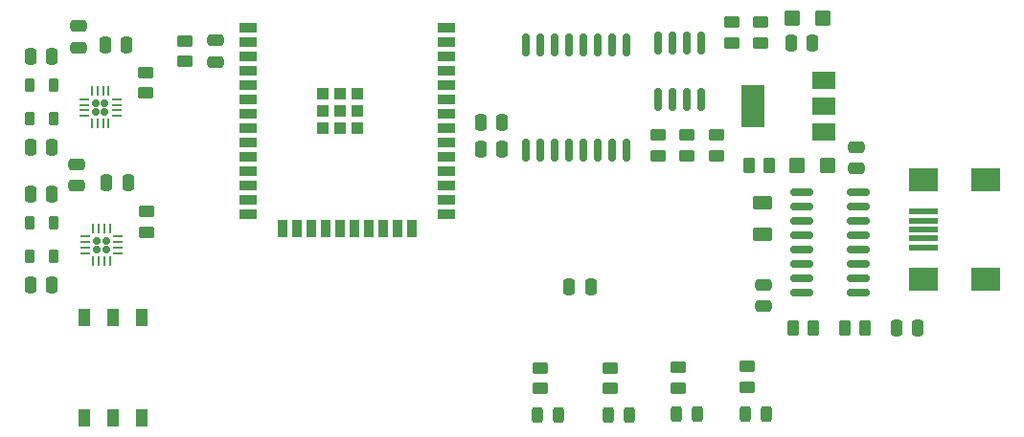
<source format=gbr>
%TF.GenerationSoftware,KiCad,Pcbnew,7.0.6*%
%TF.CreationDate,2024-04-30T21:14:55+02:00*%
%TF.ProjectId,heimdall_board,6865696d-6461-46c6-9c5f-626f6172642e,rev?*%
%TF.SameCoordinates,Original*%
%TF.FileFunction,Paste,Top*%
%TF.FilePolarity,Positive*%
%FSLAX46Y46*%
G04 Gerber Fmt 4.6, Leading zero omitted, Abs format (unit mm)*
G04 Created by KiCad (PCBNEW 7.0.6) date 2024-04-30 21:14:55*
%MOMM*%
%LPD*%
G01*
G04 APERTURE LIST*
G04 Aperture macros list*
%AMRoundRect*
0 Rectangle with rounded corners*
0 $1 Rounding radius*
0 $2 $3 $4 $5 $6 $7 $8 $9 X,Y pos of 4 corners*
0 Add a 4 corners polygon primitive as box body*
4,1,4,$2,$3,$4,$5,$6,$7,$8,$9,$2,$3,0*
0 Add four circle primitives for the rounded corners*
1,1,$1+$1,$2,$3*
1,1,$1+$1,$4,$5*
1,1,$1+$1,$6,$7*
1,1,$1+$1,$8,$9*
0 Add four rect primitives between the rounded corners*
20,1,$1+$1,$2,$3,$4,$5,0*
20,1,$1+$1,$4,$5,$6,$7,0*
20,1,$1+$1,$6,$7,$8,$9,0*
20,1,$1+$1,$8,$9,$2,$3,0*%
G04 Aperture macros list end*
%ADD10RoundRect,0.250000X0.625000X-0.375000X0.625000X0.375000X-0.625000X0.375000X-0.625000X-0.375000X0*%
%ADD11RoundRect,0.160000X0.160000X0.160000X-0.160000X0.160000X-0.160000X-0.160000X0.160000X-0.160000X0*%
%ADD12RoundRect,0.062500X0.375000X0.062500X-0.375000X0.062500X-0.375000X-0.062500X0.375000X-0.062500X0*%
%ADD13RoundRect,0.062500X0.062500X0.375000X-0.062500X0.375000X-0.062500X-0.375000X0.062500X-0.375000X0*%
%ADD14RoundRect,0.250000X-0.250000X-0.475000X0.250000X-0.475000X0.250000X0.475000X-0.250000X0.475000X0*%
%ADD15RoundRect,0.243750X0.243750X0.456250X-0.243750X0.456250X-0.243750X-0.456250X0.243750X-0.456250X0*%
%ADD16RoundRect,0.250000X0.250000X0.475000X-0.250000X0.475000X-0.250000X-0.475000X0.250000X-0.475000X0*%
%ADD17RoundRect,0.250000X-0.450000X0.262500X-0.450000X-0.262500X0.450000X-0.262500X0.450000X0.262500X0*%
%ADD18RoundRect,0.250000X0.262500X0.450000X-0.262500X0.450000X-0.262500X-0.450000X0.262500X-0.450000X0*%
%ADD19RoundRect,0.250000X0.450000X-0.262500X0.450000X0.262500X-0.450000X0.262500X-0.450000X-0.262500X0*%
%ADD20RoundRect,0.250000X-0.475000X0.250000X-0.475000X-0.250000X0.475000X-0.250000X0.475000X0.250000X0*%
%ADD21RoundRect,0.150000X0.150000X-0.825000X0.150000X0.825000X-0.150000X0.825000X-0.150000X-0.825000X0*%
%ADD22R,1.500000X0.900000*%
%ADD23R,0.900000X1.500000*%
%ADD24R,1.050000X1.050000*%
%ADD25RoundRect,0.250000X0.475000X-0.250000X0.475000X0.250000X-0.475000X0.250000X-0.475000X-0.250000X0*%
%ADD26RoundRect,0.218750X0.218750X0.381250X-0.218750X0.381250X-0.218750X-0.381250X0.218750X-0.381250X0*%
%ADD27R,1.100000X1.500000*%
%ADD28RoundRect,0.250000X0.450000X0.425000X-0.450000X0.425000X-0.450000X-0.425000X0.450000X-0.425000X0*%
%ADD29RoundRect,0.250000X-0.262500X-0.450000X0.262500X-0.450000X0.262500X0.450000X-0.262500X0.450000X0*%
%ADD30R,2.000000X1.500000*%
%ADD31R,2.000000X3.800000*%
%ADD32RoundRect,0.250000X-0.450000X-0.425000X0.450000X-0.425000X0.450000X0.425000X-0.450000X0.425000X0*%
%ADD33RoundRect,0.150000X0.150000X-0.875000X0.150000X0.875000X-0.150000X0.875000X-0.150000X-0.875000X0*%
%ADD34R,2.500000X0.500000*%
%ADD35R,2.500000X2.000000*%
%ADD36RoundRect,0.150000X0.825000X0.150000X-0.825000X0.150000X-0.825000X-0.150000X0.825000X-0.150000X0*%
G04 APERTURE END LIST*
D10*
%TO.C,D1*%
X172725000Y-105400000D03*
X172725000Y-102600000D03*
%TD*%
D11*
%TO.C,U4*%
X114700000Y-106725000D03*
X114700000Y-105925000D03*
X113900000Y-106725000D03*
X113900000Y-105925000D03*
D12*
X115737500Y-107075000D03*
X115737500Y-106575000D03*
X115737500Y-106075000D03*
X115737500Y-105575000D03*
D13*
X115050000Y-104887500D03*
X114550000Y-104887500D03*
X114050000Y-104887500D03*
X113550000Y-104887500D03*
D12*
X112862500Y-105575000D03*
X112862500Y-106075000D03*
X112862500Y-106575000D03*
X112862500Y-107075000D03*
D13*
X113550000Y-107762500D03*
X114050000Y-107762500D03*
X114550000Y-107762500D03*
X115050000Y-107762500D03*
%TD*%
D14*
%TO.C,C15*%
X108025000Y-89650000D03*
X109925000Y-89650000D03*
%TD*%
D15*
%TO.C,D2*%
X166950000Y-121300000D03*
X165075000Y-121300000D03*
%TD*%
D14*
%TO.C,C12*%
X108025000Y-109825000D03*
X109925000Y-109825000D03*
%TD*%
D15*
%TO.C,D5*%
X160950000Y-121350000D03*
X159075000Y-121350000D03*
%TD*%
D16*
%TO.C,C18*%
X149725000Y-97850000D03*
X147825000Y-97850000D03*
%TD*%
D17*
%TO.C,R5*%
X165262500Y-117137500D03*
X165262500Y-118962500D03*
%TD*%
%TO.C,R8*%
X118175000Y-91050000D03*
X118175000Y-92875000D03*
%TD*%
D18*
%TO.C,R3*%
X177237500Y-113700000D03*
X175412500Y-113700000D03*
%TD*%
D17*
%TO.C,R10*%
X159287500Y-117187500D03*
X159287500Y-119012500D03*
%TD*%
D19*
%TO.C,R1*%
X121675000Y-90062500D03*
X121675000Y-88237500D03*
%TD*%
D11*
%TO.C,U5*%
X114575000Y-94550000D03*
X114575000Y-93750000D03*
X113775000Y-94550000D03*
X113775000Y-93750000D03*
D12*
X115612500Y-94900000D03*
X115612500Y-94400000D03*
X115612500Y-93900000D03*
X115612500Y-93400000D03*
D13*
X114925000Y-92712500D03*
X114425000Y-92712500D03*
X113925000Y-92712500D03*
X113425000Y-92712500D03*
D12*
X112737500Y-93400000D03*
X112737500Y-93900000D03*
X112737500Y-94400000D03*
X112737500Y-94900000D03*
D13*
X113425000Y-95587500D03*
X113925000Y-95587500D03*
X114425000Y-95587500D03*
X114925000Y-95587500D03*
%TD*%
D14*
%TO.C,C13*%
X114625000Y-88625000D03*
X116525000Y-88625000D03*
%TD*%
D20*
%TO.C,C2*%
X180975000Y-97650000D03*
X180975000Y-99550000D03*
%TD*%
D21*
%TO.C,U8*%
X163470000Y-93425000D03*
X164740000Y-93425000D03*
X166010000Y-93425000D03*
X167280000Y-93425000D03*
X167280000Y-88475000D03*
X166010000Y-88475000D03*
X164740000Y-88475000D03*
X163470000Y-88475000D03*
%TD*%
D14*
%TO.C,C16*%
X108025000Y-97650000D03*
X109925000Y-97650000D03*
%TD*%
D18*
%TO.C,R4*%
X181787500Y-113700000D03*
X179962500Y-113700000D03*
%TD*%
D22*
%TO.C,U1*%
X127280000Y-87110000D03*
X127280000Y-88380000D03*
X127280000Y-89650000D03*
X127280000Y-90920000D03*
X127280000Y-92190000D03*
X127280000Y-93460000D03*
X127280000Y-94730000D03*
X127280000Y-96000000D03*
X127280000Y-97270000D03*
X127280000Y-98540000D03*
X127280000Y-99810000D03*
X127280000Y-101080000D03*
X127280000Y-102350000D03*
X127280000Y-103620000D03*
D23*
X130320000Y-104870000D03*
X131590000Y-104870000D03*
X132860000Y-104870000D03*
X134130000Y-104870000D03*
X135400000Y-104870000D03*
X136670000Y-104870000D03*
X137940000Y-104870000D03*
X139210000Y-104870000D03*
X140480000Y-104870000D03*
X141750000Y-104870000D03*
D22*
X144780000Y-103620000D03*
X144780000Y-102350000D03*
X144780000Y-101080000D03*
X144780000Y-99810000D03*
X144780000Y-98540000D03*
X144780000Y-97270000D03*
X144780000Y-96000000D03*
X144780000Y-94730000D03*
X144780000Y-93460000D03*
X144780000Y-92190000D03*
X144780000Y-90920000D03*
X144780000Y-89650000D03*
X144780000Y-88380000D03*
X144780000Y-87110000D03*
D24*
X133825000Y-92925000D03*
X133825000Y-94450000D03*
X133825000Y-95975000D03*
X135350000Y-92925000D03*
X135350000Y-94450000D03*
X135350000Y-95975000D03*
X136875000Y-92925000D03*
X136875000Y-94450000D03*
X136875000Y-95975000D03*
%TD*%
D25*
%TO.C,C14*%
X112250000Y-88825000D03*
X112250000Y-86925000D03*
%TD*%
D15*
%TO.C,D4*%
X154712500Y-121350000D03*
X152837500Y-121350000D03*
%TD*%
D26*
%TO.C,FB3*%
X110037500Y-104350000D03*
X107912500Y-104350000D03*
%TD*%
D27*
%TO.C,SW3*%
X112735000Y-121650000D03*
X115275000Y-121650000D03*
X117815000Y-121650000D03*
X117815000Y-112750000D03*
X115275000Y-112750000D03*
X112735000Y-112750000D03*
%TD*%
D26*
%TO.C,FB1*%
X110037500Y-92150000D03*
X107912500Y-92150000D03*
%TD*%
%TO.C,FB4*%
X110037500Y-107325000D03*
X107912500Y-107325000D03*
%TD*%
D17*
%TO.C,R13*%
X172575000Y-86587500D03*
X172575000Y-88412500D03*
%TD*%
D28*
%TO.C,C4*%
X178025000Y-86250000D03*
X175325000Y-86250000D03*
%TD*%
D14*
%TO.C,C11*%
X108025000Y-101850000D03*
X109925000Y-101850000D03*
%TD*%
D29*
%TO.C,R15*%
X171512500Y-99250000D03*
X173337500Y-99250000D03*
%TD*%
D25*
%TO.C,C7*%
X172775000Y-111750000D03*
X172775000Y-109850000D03*
%TD*%
D17*
%TO.C,R7*%
X118275000Y-103350000D03*
X118275000Y-105175000D03*
%TD*%
D15*
%TO.C,D3*%
X173075000Y-121250000D03*
X171200000Y-121250000D03*
%TD*%
D30*
%TO.C,U2*%
X178125000Y-96300000D03*
X178125000Y-94000000D03*
D31*
X171825000Y-94000000D03*
D30*
X178125000Y-91700000D03*
%TD*%
D20*
%TO.C,C3*%
X124375000Y-88200000D03*
X124375000Y-90100000D03*
%TD*%
D17*
%TO.C,R6*%
X171387500Y-117087500D03*
X171387500Y-118912500D03*
%TD*%
D19*
%TO.C,R14*%
X170025000Y-88412500D03*
X170025000Y-86587500D03*
%TD*%
D14*
%TO.C,C8*%
X184525000Y-113650000D03*
X186425000Y-113650000D03*
%TD*%
D26*
%TO.C,FB2*%
X110037500Y-95150000D03*
X107912500Y-95150000D03*
%TD*%
D16*
%TO.C,C17*%
X149725000Y-95450000D03*
X147825000Y-95450000D03*
%TD*%
D19*
%TO.C,R11*%
X168625000Y-98412500D03*
X168625000Y-96587500D03*
%TD*%
D14*
%TO.C,C10*%
X114750000Y-100825000D03*
X116650000Y-100825000D03*
%TD*%
D32*
%TO.C,C5*%
X175775000Y-99250000D03*
X178475000Y-99250000D03*
%TD*%
D33*
%TO.C,U7*%
X151780000Y-97900000D03*
X153050000Y-97900000D03*
X154320000Y-97900000D03*
X155590000Y-97900000D03*
X156860000Y-97900000D03*
X158130000Y-97900000D03*
X159400000Y-97900000D03*
X160670000Y-97900000D03*
X160670000Y-88600000D03*
X159400000Y-88600000D03*
X158130000Y-88600000D03*
X156860000Y-88600000D03*
X155590000Y-88600000D03*
X154320000Y-88600000D03*
X153050000Y-88600000D03*
X151780000Y-88600000D03*
%TD*%
D17*
%TO.C,R9*%
X153075000Y-117187500D03*
X153075000Y-119012500D03*
%TD*%
D16*
%TO.C,C1*%
X177125000Y-88450000D03*
X175225000Y-88450000D03*
%TD*%
D19*
%TO.C,R2*%
X163475000Y-98412500D03*
X163475000Y-96587500D03*
%TD*%
D25*
%TO.C,C9*%
X112100000Y-101075000D03*
X112100000Y-99175000D03*
%TD*%
D16*
%TO.C,C6*%
X157525000Y-110050000D03*
X155625000Y-110050000D03*
%TD*%
D34*
%TO.C,J1*%
X186950000Y-106550000D03*
X186950000Y-105750000D03*
X186950000Y-104950000D03*
X186950000Y-104150000D03*
X186950000Y-103350000D03*
D35*
X186950000Y-109350000D03*
X192450000Y-109350000D03*
X186950000Y-100550000D03*
X192450000Y-100550000D03*
%TD*%
D19*
%TO.C,R12*%
X166025000Y-98412500D03*
X166025000Y-96587500D03*
%TD*%
D36*
%TO.C,U3*%
X181150000Y-110545000D03*
X181150000Y-109275000D03*
X181150000Y-108005000D03*
X181150000Y-106735000D03*
X181150000Y-105465000D03*
X181150000Y-104195000D03*
X181150000Y-102925000D03*
X181150000Y-101655000D03*
X176200000Y-101655000D03*
X176200000Y-102925000D03*
X176200000Y-104195000D03*
X176200000Y-105465000D03*
X176200000Y-106735000D03*
X176200000Y-108005000D03*
X176200000Y-109275000D03*
X176200000Y-110545000D03*
%TD*%
M02*

</source>
